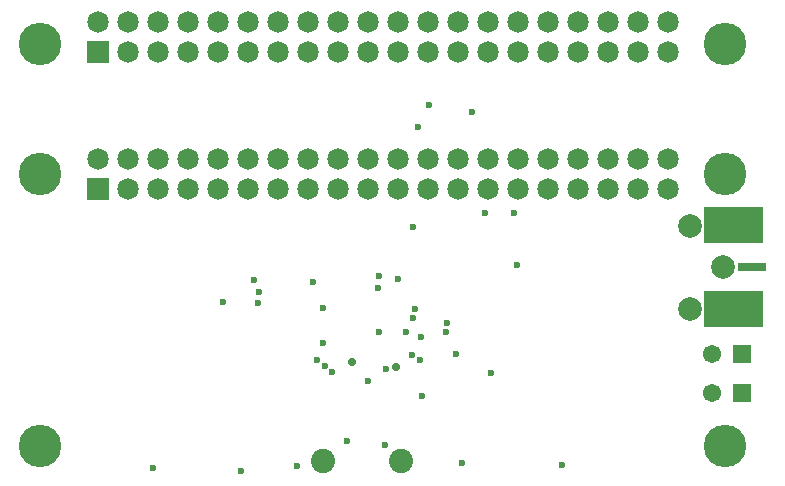
<source format=gbs>
G04*
G04 #@! TF.GenerationSoftware,Altium Limited,Altium Designer,19.1.7 (138)*
G04*
G04 Layer_Color=16711935*
%FSLAX44Y44*%
%MOMM*%
G71*
G01*
G75*
%ADD42R,5.0000X3.1000*%
%ADD43R,2.4500X0.8000*%
%ADD51C,0.6000*%
%ADD52C,1.8250*%
%ADD53R,1.8250X1.8250*%
%ADD54R,1.5460X1.5460*%
%ADD55C,1.5460*%
%ADD56C,2.0500*%
%ADD57C,2.0000*%
%ADD58C,3.6000*%
%ADD59C,0.7000*%
D42*
X622249Y150499D02*
D03*
Y221999D02*
D03*
X622000Y222250D02*
D03*
Y150750D02*
D03*
D43*
X637499Y186499D02*
D03*
D51*
X327250Y35750D02*
D03*
X356750Y107250D02*
D03*
X350250Y112000D02*
D03*
X351250Y220500D02*
D03*
X436000Y232250D02*
D03*
X411750Y231750D02*
D03*
X355500Y305250D02*
D03*
X438500Y188250D02*
D03*
X401115Y317635D02*
D03*
X357767Y127506D02*
D03*
X321750Y131250D02*
D03*
X378503Y131210D02*
D03*
X364500Y323250D02*
D03*
X387500Y112500D02*
D03*
X380000Y138750D02*
D03*
X294750Y39000D02*
D03*
X253000Y17750D02*
D03*
X321250Y169000D02*
D03*
X321750Y178750D02*
D03*
X337750Y176250D02*
D03*
X216000Y175000D02*
D03*
X220500Y165250D02*
D03*
X312500Y89500D02*
D03*
X392250Y20500D02*
D03*
X275000Y151250D02*
D03*
X274500Y122250D02*
D03*
X269750Y108000D02*
D03*
X276500Y102500D02*
D03*
X327750Y100250D02*
D03*
X282500Y97250D02*
D03*
X266500Y173250D02*
D03*
X220000Y156000D02*
D03*
X352267Y151007D02*
D03*
X351000Y143250D02*
D03*
X345250Y131250D02*
D03*
X205000Y13750D02*
D03*
X130500Y16250D02*
D03*
X476750Y18800D02*
D03*
X417000Y96750D02*
D03*
X358750Y77500D02*
D03*
X190000Y156750D02*
D03*
D52*
X566750Y393700D02*
D03*
Y368300D02*
D03*
X541350Y393700D02*
D03*
Y368300D02*
D03*
X515950Y393700D02*
D03*
Y368300D02*
D03*
X490550Y393700D02*
D03*
Y368300D02*
D03*
X465150Y393700D02*
D03*
Y368300D02*
D03*
X439750Y393700D02*
D03*
Y368300D02*
D03*
X414350Y393700D02*
D03*
Y368300D02*
D03*
X388950Y393700D02*
D03*
Y368300D02*
D03*
X363550Y393700D02*
D03*
Y368300D02*
D03*
X338150Y393700D02*
D03*
Y368300D02*
D03*
X312750Y393700D02*
D03*
Y368300D02*
D03*
X287350Y393700D02*
D03*
Y368300D02*
D03*
X261950Y393700D02*
D03*
Y368300D02*
D03*
X236550Y393700D02*
D03*
Y368300D02*
D03*
X211150Y393700D02*
D03*
Y368300D02*
D03*
X185750Y393700D02*
D03*
Y368300D02*
D03*
X160350Y393700D02*
D03*
Y368300D02*
D03*
X134950Y393700D02*
D03*
Y368300D02*
D03*
X109550Y393700D02*
D03*
Y368300D02*
D03*
X84150Y393700D02*
D03*
Y277650D02*
D03*
X109550Y252250D02*
D03*
Y277650D02*
D03*
X134950Y252250D02*
D03*
Y277650D02*
D03*
X160350Y252250D02*
D03*
Y277650D02*
D03*
X185750Y252250D02*
D03*
Y277650D02*
D03*
X211150Y252250D02*
D03*
Y277650D02*
D03*
X236550Y252250D02*
D03*
Y277650D02*
D03*
X261950Y252250D02*
D03*
Y277650D02*
D03*
X287350Y252250D02*
D03*
Y277650D02*
D03*
X312750Y252250D02*
D03*
Y277650D02*
D03*
X338150Y252250D02*
D03*
Y277650D02*
D03*
X363550Y252250D02*
D03*
Y277650D02*
D03*
X388950Y252250D02*
D03*
Y277650D02*
D03*
X414350Y252250D02*
D03*
Y277650D02*
D03*
X439750Y252250D02*
D03*
Y277650D02*
D03*
X465150Y252250D02*
D03*
Y277650D02*
D03*
X490550Y252250D02*
D03*
Y277650D02*
D03*
X515950Y252250D02*
D03*
Y277650D02*
D03*
X541350Y252250D02*
D03*
Y277650D02*
D03*
X566750Y252250D02*
D03*
Y277650D02*
D03*
D53*
X84150Y368300D02*
D03*
Y252250D02*
D03*
D54*
X629000Y113000D02*
D03*
Y79500D02*
D03*
D55*
X603600Y113000D02*
D03*
Y79500D02*
D03*
D56*
X341000Y21800D02*
D03*
X275000D02*
D03*
D57*
X585000Y151000D02*
D03*
X613000Y186250D02*
D03*
X585500Y221250D02*
D03*
D58*
X615000Y265000D02*
D03*
X35000D02*
D03*
X615000Y375000D02*
D03*
Y35000D02*
D03*
X35000Y375000D02*
D03*
Y35000D02*
D03*
D59*
X336500Y101500D02*
D03*
X299250Y106000D02*
D03*
M02*

</source>
